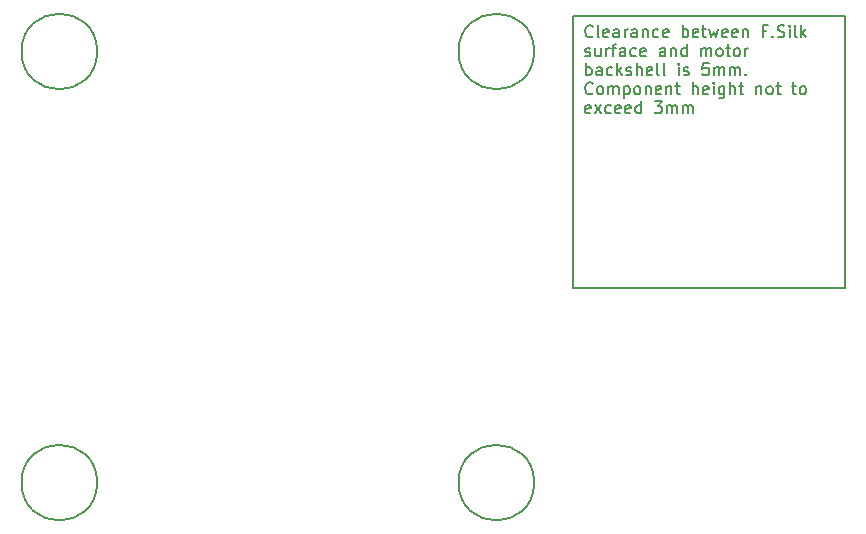
<source format=gbr>
%TF.GenerationSoftware,KiCad,Pcbnew,8.0.7*%
%TF.CreationDate,2025-04-07T22:13:35-04:00*%
%TF.ProjectId,motor-controller,6d6f746f-722d-4636-9f6e-74726f6c6c65,1*%
%TF.SameCoordinates,Original*%
%TF.FileFunction,Other,Comment*%
%FSLAX46Y46*%
G04 Gerber Fmt 4.6, Leading zero omitted, Abs format (unit mm)*
G04 Created by KiCad (PCBNEW 8.0.7) date 2025-04-07 22:13:35*
%MOMM*%
%LPD*%
G01*
G04 APERTURE LIST*
%ADD10C,0.150000*%
G04 APERTURE END LIST*
D10*
X236658207Y-127694580D02*
X236610588Y-127742200D01*
X236610588Y-127742200D02*
X236467731Y-127789819D01*
X236467731Y-127789819D02*
X236372493Y-127789819D01*
X236372493Y-127789819D02*
X236229636Y-127742200D01*
X236229636Y-127742200D02*
X236134398Y-127646961D01*
X236134398Y-127646961D02*
X236086779Y-127551723D01*
X236086779Y-127551723D02*
X236039160Y-127361247D01*
X236039160Y-127361247D02*
X236039160Y-127218390D01*
X236039160Y-127218390D02*
X236086779Y-127027914D01*
X236086779Y-127027914D02*
X236134398Y-126932676D01*
X236134398Y-126932676D02*
X236229636Y-126837438D01*
X236229636Y-126837438D02*
X236372493Y-126789819D01*
X236372493Y-126789819D02*
X236467731Y-126789819D01*
X236467731Y-126789819D02*
X236610588Y-126837438D01*
X236610588Y-126837438D02*
X236658207Y-126885057D01*
X237229636Y-127789819D02*
X237134398Y-127742200D01*
X237134398Y-127742200D02*
X237086779Y-127646961D01*
X237086779Y-127646961D02*
X237086779Y-126789819D01*
X237991541Y-127742200D02*
X237896303Y-127789819D01*
X237896303Y-127789819D02*
X237705827Y-127789819D01*
X237705827Y-127789819D02*
X237610589Y-127742200D01*
X237610589Y-127742200D02*
X237562970Y-127646961D01*
X237562970Y-127646961D02*
X237562970Y-127266009D01*
X237562970Y-127266009D02*
X237610589Y-127170771D01*
X237610589Y-127170771D02*
X237705827Y-127123152D01*
X237705827Y-127123152D02*
X237896303Y-127123152D01*
X237896303Y-127123152D02*
X237991541Y-127170771D01*
X237991541Y-127170771D02*
X238039160Y-127266009D01*
X238039160Y-127266009D02*
X238039160Y-127361247D01*
X238039160Y-127361247D02*
X237562970Y-127456485D01*
X238896303Y-127789819D02*
X238896303Y-127266009D01*
X238896303Y-127266009D02*
X238848684Y-127170771D01*
X238848684Y-127170771D02*
X238753446Y-127123152D01*
X238753446Y-127123152D02*
X238562970Y-127123152D01*
X238562970Y-127123152D02*
X238467732Y-127170771D01*
X238896303Y-127742200D02*
X238801065Y-127789819D01*
X238801065Y-127789819D02*
X238562970Y-127789819D01*
X238562970Y-127789819D02*
X238467732Y-127742200D01*
X238467732Y-127742200D02*
X238420113Y-127646961D01*
X238420113Y-127646961D02*
X238420113Y-127551723D01*
X238420113Y-127551723D02*
X238467732Y-127456485D01*
X238467732Y-127456485D02*
X238562970Y-127408866D01*
X238562970Y-127408866D02*
X238801065Y-127408866D01*
X238801065Y-127408866D02*
X238896303Y-127361247D01*
X239372494Y-127789819D02*
X239372494Y-127123152D01*
X239372494Y-127313628D02*
X239420113Y-127218390D01*
X239420113Y-127218390D02*
X239467732Y-127170771D01*
X239467732Y-127170771D02*
X239562970Y-127123152D01*
X239562970Y-127123152D02*
X239658208Y-127123152D01*
X240420113Y-127789819D02*
X240420113Y-127266009D01*
X240420113Y-127266009D02*
X240372494Y-127170771D01*
X240372494Y-127170771D02*
X240277256Y-127123152D01*
X240277256Y-127123152D02*
X240086780Y-127123152D01*
X240086780Y-127123152D02*
X239991542Y-127170771D01*
X240420113Y-127742200D02*
X240324875Y-127789819D01*
X240324875Y-127789819D02*
X240086780Y-127789819D01*
X240086780Y-127789819D02*
X239991542Y-127742200D01*
X239991542Y-127742200D02*
X239943923Y-127646961D01*
X239943923Y-127646961D02*
X239943923Y-127551723D01*
X239943923Y-127551723D02*
X239991542Y-127456485D01*
X239991542Y-127456485D02*
X240086780Y-127408866D01*
X240086780Y-127408866D02*
X240324875Y-127408866D01*
X240324875Y-127408866D02*
X240420113Y-127361247D01*
X240896304Y-127123152D02*
X240896304Y-127789819D01*
X240896304Y-127218390D02*
X240943923Y-127170771D01*
X240943923Y-127170771D02*
X241039161Y-127123152D01*
X241039161Y-127123152D02*
X241182018Y-127123152D01*
X241182018Y-127123152D02*
X241277256Y-127170771D01*
X241277256Y-127170771D02*
X241324875Y-127266009D01*
X241324875Y-127266009D02*
X241324875Y-127789819D01*
X242229637Y-127742200D02*
X242134399Y-127789819D01*
X242134399Y-127789819D02*
X241943923Y-127789819D01*
X241943923Y-127789819D02*
X241848685Y-127742200D01*
X241848685Y-127742200D02*
X241801066Y-127694580D01*
X241801066Y-127694580D02*
X241753447Y-127599342D01*
X241753447Y-127599342D02*
X241753447Y-127313628D01*
X241753447Y-127313628D02*
X241801066Y-127218390D01*
X241801066Y-127218390D02*
X241848685Y-127170771D01*
X241848685Y-127170771D02*
X241943923Y-127123152D01*
X241943923Y-127123152D02*
X242134399Y-127123152D01*
X242134399Y-127123152D02*
X242229637Y-127170771D01*
X243039161Y-127742200D02*
X242943923Y-127789819D01*
X242943923Y-127789819D02*
X242753447Y-127789819D01*
X242753447Y-127789819D02*
X242658209Y-127742200D01*
X242658209Y-127742200D02*
X242610590Y-127646961D01*
X242610590Y-127646961D02*
X242610590Y-127266009D01*
X242610590Y-127266009D02*
X242658209Y-127170771D01*
X242658209Y-127170771D02*
X242753447Y-127123152D01*
X242753447Y-127123152D02*
X242943923Y-127123152D01*
X242943923Y-127123152D02*
X243039161Y-127170771D01*
X243039161Y-127170771D02*
X243086780Y-127266009D01*
X243086780Y-127266009D02*
X243086780Y-127361247D01*
X243086780Y-127361247D02*
X242610590Y-127456485D01*
X244277257Y-127789819D02*
X244277257Y-126789819D01*
X244277257Y-127170771D02*
X244372495Y-127123152D01*
X244372495Y-127123152D02*
X244562971Y-127123152D01*
X244562971Y-127123152D02*
X244658209Y-127170771D01*
X244658209Y-127170771D02*
X244705828Y-127218390D01*
X244705828Y-127218390D02*
X244753447Y-127313628D01*
X244753447Y-127313628D02*
X244753447Y-127599342D01*
X244753447Y-127599342D02*
X244705828Y-127694580D01*
X244705828Y-127694580D02*
X244658209Y-127742200D01*
X244658209Y-127742200D02*
X244562971Y-127789819D01*
X244562971Y-127789819D02*
X244372495Y-127789819D01*
X244372495Y-127789819D02*
X244277257Y-127742200D01*
X245562971Y-127742200D02*
X245467733Y-127789819D01*
X245467733Y-127789819D02*
X245277257Y-127789819D01*
X245277257Y-127789819D02*
X245182019Y-127742200D01*
X245182019Y-127742200D02*
X245134400Y-127646961D01*
X245134400Y-127646961D02*
X245134400Y-127266009D01*
X245134400Y-127266009D02*
X245182019Y-127170771D01*
X245182019Y-127170771D02*
X245277257Y-127123152D01*
X245277257Y-127123152D02*
X245467733Y-127123152D01*
X245467733Y-127123152D02*
X245562971Y-127170771D01*
X245562971Y-127170771D02*
X245610590Y-127266009D01*
X245610590Y-127266009D02*
X245610590Y-127361247D01*
X245610590Y-127361247D02*
X245134400Y-127456485D01*
X245896305Y-127123152D02*
X246277257Y-127123152D01*
X246039162Y-126789819D02*
X246039162Y-127646961D01*
X246039162Y-127646961D02*
X246086781Y-127742200D01*
X246086781Y-127742200D02*
X246182019Y-127789819D01*
X246182019Y-127789819D02*
X246277257Y-127789819D01*
X246515353Y-127123152D02*
X246705829Y-127789819D01*
X246705829Y-127789819D02*
X246896305Y-127313628D01*
X246896305Y-127313628D02*
X247086781Y-127789819D01*
X247086781Y-127789819D02*
X247277257Y-127123152D01*
X248039162Y-127742200D02*
X247943924Y-127789819D01*
X247943924Y-127789819D02*
X247753448Y-127789819D01*
X247753448Y-127789819D02*
X247658210Y-127742200D01*
X247658210Y-127742200D02*
X247610591Y-127646961D01*
X247610591Y-127646961D02*
X247610591Y-127266009D01*
X247610591Y-127266009D02*
X247658210Y-127170771D01*
X247658210Y-127170771D02*
X247753448Y-127123152D01*
X247753448Y-127123152D02*
X247943924Y-127123152D01*
X247943924Y-127123152D02*
X248039162Y-127170771D01*
X248039162Y-127170771D02*
X248086781Y-127266009D01*
X248086781Y-127266009D02*
X248086781Y-127361247D01*
X248086781Y-127361247D02*
X247610591Y-127456485D01*
X248896305Y-127742200D02*
X248801067Y-127789819D01*
X248801067Y-127789819D02*
X248610591Y-127789819D01*
X248610591Y-127789819D02*
X248515353Y-127742200D01*
X248515353Y-127742200D02*
X248467734Y-127646961D01*
X248467734Y-127646961D02*
X248467734Y-127266009D01*
X248467734Y-127266009D02*
X248515353Y-127170771D01*
X248515353Y-127170771D02*
X248610591Y-127123152D01*
X248610591Y-127123152D02*
X248801067Y-127123152D01*
X248801067Y-127123152D02*
X248896305Y-127170771D01*
X248896305Y-127170771D02*
X248943924Y-127266009D01*
X248943924Y-127266009D02*
X248943924Y-127361247D01*
X248943924Y-127361247D02*
X248467734Y-127456485D01*
X249372496Y-127123152D02*
X249372496Y-127789819D01*
X249372496Y-127218390D02*
X249420115Y-127170771D01*
X249420115Y-127170771D02*
X249515353Y-127123152D01*
X249515353Y-127123152D02*
X249658210Y-127123152D01*
X249658210Y-127123152D02*
X249753448Y-127170771D01*
X249753448Y-127170771D02*
X249801067Y-127266009D01*
X249801067Y-127266009D02*
X249801067Y-127789819D01*
X251372496Y-127266009D02*
X251039163Y-127266009D01*
X251039163Y-127789819D02*
X251039163Y-126789819D01*
X251039163Y-126789819D02*
X251515353Y-126789819D01*
X251896306Y-127694580D02*
X251943925Y-127742200D01*
X251943925Y-127742200D02*
X251896306Y-127789819D01*
X251896306Y-127789819D02*
X251848687Y-127742200D01*
X251848687Y-127742200D02*
X251896306Y-127694580D01*
X251896306Y-127694580D02*
X251896306Y-127789819D01*
X252324877Y-127742200D02*
X252467734Y-127789819D01*
X252467734Y-127789819D02*
X252705829Y-127789819D01*
X252705829Y-127789819D02*
X252801067Y-127742200D01*
X252801067Y-127742200D02*
X252848686Y-127694580D01*
X252848686Y-127694580D02*
X252896305Y-127599342D01*
X252896305Y-127599342D02*
X252896305Y-127504104D01*
X252896305Y-127504104D02*
X252848686Y-127408866D01*
X252848686Y-127408866D02*
X252801067Y-127361247D01*
X252801067Y-127361247D02*
X252705829Y-127313628D01*
X252705829Y-127313628D02*
X252515353Y-127266009D01*
X252515353Y-127266009D02*
X252420115Y-127218390D01*
X252420115Y-127218390D02*
X252372496Y-127170771D01*
X252372496Y-127170771D02*
X252324877Y-127075533D01*
X252324877Y-127075533D02*
X252324877Y-126980295D01*
X252324877Y-126980295D02*
X252372496Y-126885057D01*
X252372496Y-126885057D02*
X252420115Y-126837438D01*
X252420115Y-126837438D02*
X252515353Y-126789819D01*
X252515353Y-126789819D02*
X252753448Y-126789819D01*
X252753448Y-126789819D02*
X252896305Y-126837438D01*
X253324877Y-127789819D02*
X253324877Y-127123152D01*
X253324877Y-126789819D02*
X253277258Y-126837438D01*
X253277258Y-126837438D02*
X253324877Y-126885057D01*
X253324877Y-126885057D02*
X253372496Y-126837438D01*
X253372496Y-126837438D02*
X253324877Y-126789819D01*
X253324877Y-126789819D02*
X253324877Y-126885057D01*
X253943924Y-127789819D02*
X253848686Y-127742200D01*
X253848686Y-127742200D02*
X253801067Y-127646961D01*
X253801067Y-127646961D02*
X253801067Y-126789819D01*
X254324877Y-127789819D02*
X254324877Y-126789819D01*
X254420115Y-127408866D02*
X254705829Y-127789819D01*
X254705829Y-127123152D02*
X254324877Y-127504104D01*
X236039160Y-129352144D02*
X236134398Y-129399763D01*
X236134398Y-129399763D02*
X236324874Y-129399763D01*
X236324874Y-129399763D02*
X236420112Y-129352144D01*
X236420112Y-129352144D02*
X236467731Y-129256905D01*
X236467731Y-129256905D02*
X236467731Y-129209286D01*
X236467731Y-129209286D02*
X236420112Y-129114048D01*
X236420112Y-129114048D02*
X236324874Y-129066429D01*
X236324874Y-129066429D02*
X236182017Y-129066429D01*
X236182017Y-129066429D02*
X236086779Y-129018810D01*
X236086779Y-129018810D02*
X236039160Y-128923572D01*
X236039160Y-128923572D02*
X236039160Y-128875953D01*
X236039160Y-128875953D02*
X236086779Y-128780715D01*
X236086779Y-128780715D02*
X236182017Y-128733096D01*
X236182017Y-128733096D02*
X236324874Y-128733096D01*
X236324874Y-128733096D02*
X236420112Y-128780715D01*
X237324874Y-128733096D02*
X237324874Y-129399763D01*
X236896303Y-128733096D02*
X236896303Y-129256905D01*
X236896303Y-129256905D02*
X236943922Y-129352144D01*
X236943922Y-129352144D02*
X237039160Y-129399763D01*
X237039160Y-129399763D02*
X237182017Y-129399763D01*
X237182017Y-129399763D02*
X237277255Y-129352144D01*
X237277255Y-129352144D02*
X237324874Y-129304524D01*
X237801065Y-129399763D02*
X237801065Y-128733096D01*
X237801065Y-128923572D02*
X237848684Y-128828334D01*
X237848684Y-128828334D02*
X237896303Y-128780715D01*
X237896303Y-128780715D02*
X237991541Y-128733096D01*
X237991541Y-128733096D02*
X238086779Y-128733096D01*
X238277256Y-128733096D02*
X238658208Y-128733096D01*
X238420113Y-129399763D02*
X238420113Y-128542620D01*
X238420113Y-128542620D02*
X238467732Y-128447382D01*
X238467732Y-128447382D02*
X238562970Y-128399763D01*
X238562970Y-128399763D02*
X238658208Y-128399763D01*
X239420113Y-129399763D02*
X239420113Y-128875953D01*
X239420113Y-128875953D02*
X239372494Y-128780715D01*
X239372494Y-128780715D02*
X239277256Y-128733096D01*
X239277256Y-128733096D02*
X239086780Y-128733096D01*
X239086780Y-128733096D02*
X238991542Y-128780715D01*
X239420113Y-129352144D02*
X239324875Y-129399763D01*
X239324875Y-129399763D02*
X239086780Y-129399763D01*
X239086780Y-129399763D02*
X238991542Y-129352144D01*
X238991542Y-129352144D02*
X238943923Y-129256905D01*
X238943923Y-129256905D02*
X238943923Y-129161667D01*
X238943923Y-129161667D02*
X238991542Y-129066429D01*
X238991542Y-129066429D02*
X239086780Y-129018810D01*
X239086780Y-129018810D02*
X239324875Y-129018810D01*
X239324875Y-129018810D02*
X239420113Y-128971191D01*
X240324875Y-129352144D02*
X240229637Y-129399763D01*
X240229637Y-129399763D02*
X240039161Y-129399763D01*
X240039161Y-129399763D02*
X239943923Y-129352144D01*
X239943923Y-129352144D02*
X239896304Y-129304524D01*
X239896304Y-129304524D02*
X239848685Y-129209286D01*
X239848685Y-129209286D02*
X239848685Y-128923572D01*
X239848685Y-128923572D02*
X239896304Y-128828334D01*
X239896304Y-128828334D02*
X239943923Y-128780715D01*
X239943923Y-128780715D02*
X240039161Y-128733096D01*
X240039161Y-128733096D02*
X240229637Y-128733096D01*
X240229637Y-128733096D02*
X240324875Y-128780715D01*
X241134399Y-129352144D02*
X241039161Y-129399763D01*
X241039161Y-129399763D02*
X240848685Y-129399763D01*
X240848685Y-129399763D02*
X240753447Y-129352144D01*
X240753447Y-129352144D02*
X240705828Y-129256905D01*
X240705828Y-129256905D02*
X240705828Y-128875953D01*
X240705828Y-128875953D02*
X240753447Y-128780715D01*
X240753447Y-128780715D02*
X240848685Y-128733096D01*
X240848685Y-128733096D02*
X241039161Y-128733096D01*
X241039161Y-128733096D02*
X241134399Y-128780715D01*
X241134399Y-128780715D02*
X241182018Y-128875953D01*
X241182018Y-128875953D02*
X241182018Y-128971191D01*
X241182018Y-128971191D02*
X240705828Y-129066429D01*
X242801066Y-129399763D02*
X242801066Y-128875953D01*
X242801066Y-128875953D02*
X242753447Y-128780715D01*
X242753447Y-128780715D02*
X242658209Y-128733096D01*
X242658209Y-128733096D02*
X242467733Y-128733096D01*
X242467733Y-128733096D02*
X242372495Y-128780715D01*
X242801066Y-129352144D02*
X242705828Y-129399763D01*
X242705828Y-129399763D02*
X242467733Y-129399763D01*
X242467733Y-129399763D02*
X242372495Y-129352144D01*
X242372495Y-129352144D02*
X242324876Y-129256905D01*
X242324876Y-129256905D02*
X242324876Y-129161667D01*
X242324876Y-129161667D02*
X242372495Y-129066429D01*
X242372495Y-129066429D02*
X242467733Y-129018810D01*
X242467733Y-129018810D02*
X242705828Y-129018810D01*
X242705828Y-129018810D02*
X242801066Y-128971191D01*
X243277257Y-128733096D02*
X243277257Y-129399763D01*
X243277257Y-128828334D02*
X243324876Y-128780715D01*
X243324876Y-128780715D02*
X243420114Y-128733096D01*
X243420114Y-128733096D02*
X243562971Y-128733096D01*
X243562971Y-128733096D02*
X243658209Y-128780715D01*
X243658209Y-128780715D02*
X243705828Y-128875953D01*
X243705828Y-128875953D02*
X243705828Y-129399763D01*
X244610590Y-129399763D02*
X244610590Y-128399763D01*
X244610590Y-129352144D02*
X244515352Y-129399763D01*
X244515352Y-129399763D02*
X244324876Y-129399763D01*
X244324876Y-129399763D02*
X244229638Y-129352144D01*
X244229638Y-129352144D02*
X244182019Y-129304524D01*
X244182019Y-129304524D02*
X244134400Y-129209286D01*
X244134400Y-129209286D02*
X244134400Y-128923572D01*
X244134400Y-128923572D02*
X244182019Y-128828334D01*
X244182019Y-128828334D02*
X244229638Y-128780715D01*
X244229638Y-128780715D02*
X244324876Y-128733096D01*
X244324876Y-128733096D02*
X244515352Y-128733096D01*
X244515352Y-128733096D02*
X244610590Y-128780715D01*
X245848686Y-129399763D02*
X245848686Y-128733096D01*
X245848686Y-128828334D02*
X245896305Y-128780715D01*
X245896305Y-128780715D02*
X245991543Y-128733096D01*
X245991543Y-128733096D02*
X246134400Y-128733096D01*
X246134400Y-128733096D02*
X246229638Y-128780715D01*
X246229638Y-128780715D02*
X246277257Y-128875953D01*
X246277257Y-128875953D02*
X246277257Y-129399763D01*
X246277257Y-128875953D02*
X246324876Y-128780715D01*
X246324876Y-128780715D02*
X246420114Y-128733096D01*
X246420114Y-128733096D02*
X246562971Y-128733096D01*
X246562971Y-128733096D02*
X246658210Y-128780715D01*
X246658210Y-128780715D02*
X246705829Y-128875953D01*
X246705829Y-128875953D02*
X246705829Y-129399763D01*
X247324876Y-129399763D02*
X247229638Y-129352144D01*
X247229638Y-129352144D02*
X247182019Y-129304524D01*
X247182019Y-129304524D02*
X247134400Y-129209286D01*
X247134400Y-129209286D02*
X247134400Y-128923572D01*
X247134400Y-128923572D02*
X247182019Y-128828334D01*
X247182019Y-128828334D02*
X247229638Y-128780715D01*
X247229638Y-128780715D02*
X247324876Y-128733096D01*
X247324876Y-128733096D02*
X247467733Y-128733096D01*
X247467733Y-128733096D02*
X247562971Y-128780715D01*
X247562971Y-128780715D02*
X247610590Y-128828334D01*
X247610590Y-128828334D02*
X247658209Y-128923572D01*
X247658209Y-128923572D02*
X247658209Y-129209286D01*
X247658209Y-129209286D02*
X247610590Y-129304524D01*
X247610590Y-129304524D02*
X247562971Y-129352144D01*
X247562971Y-129352144D02*
X247467733Y-129399763D01*
X247467733Y-129399763D02*
X247324876Y-129399763D01*
X247943924Y-128733096D02*
X248324876Y-128733096D01*
X248086781Y-128399763D02*
X248086781Y-129256905D01*
X248086781Y-129256905D02*
X248134400Y-129352144D01*
X248134400Y-129352144D02*
X248229638Y-129399763D01*
X248229638Y-129399763D02*
X248324876Y-129399763D01*
X248801067Y-129399763D02*
X248705829Y-129352144D01*
X248705829Y-129352144D02*
X248658210Y-129304524D01*
X248658210Y-129304524D02*
X248610591Y-129209286D01*
X248610591Y-129209286D02*
X248610591Y-128923572D01*
X248610591Y-128923572D02*
X248658210Y-128828334D01*
X248658210Y-128828334D02*
X248705829Y-128780715D01*
X248705829Y-128780715D02*
X248801067Y-128733096D01*
X248801067Y-128733096D02*
X248943924Y-128733096D01*
X248943924Y-128733096D02*
X249039162Y-128780715D01*
X249039162Y-128780715D02*
X249086781Y-128828334D01*
X249086781Y-128828334D02*
X249134400Y-128923572D01*
X249134400Y-128923572D02*
X249134400Y-129209286D01*
X249134400Y-129209286D02*
X249086781Y-129304524D01*
X249086781Y-129304524D02*
X249039162Y-129352144D01*
X249039162Y-129352144D02*
X248943924Y-129399763D01*
X248943924Y-129399763D02*
X248801067Y-129399763D01*
X249562972Y-129399763D02*
X249562972Y-128733096D01*
X249562972Y-128923572D02*
X249610591Y-128828334D01*
X249610591Y-128828334D02*
X249658210Y-128780715D01*
X249658210Y-128780715D02*
X249753448Y-128733096D01*
X249753448Y-128733096D02*
X249848686Y-128733096D01*
X236086779Y-131009707D02*
X236086779Y-130009707D01*
X236086779Y-130390659D02*
X236182017Y-130343040D01*
X236182017Y-130343040D02*
X236372493Y-130343040D01*
X236372493Y-130343040D02*
X236467731Y-130390659D01*
X236467731Y-130390659D02*
X236515350Y-130438278D01*
X236515350Y-130438278D02*
X236562969Y-130533516D01*
X236562969Y-130533516D02*
X236562969Y-130819230D01*
X236562969Y-130819230D02*
X236515350Y-130914468D01*
X236515350Y-130914468D02*
X236467731Y-130962088D01*
X236467731Y-130962088D02*
X236372493Y-131009707D01*
X236372493Y-131009707D02*
X236182017Y-131009707D01*
X236182017Y-131009707D02*
X236086779Y-130962088D01*
X237420112Y-131009707D02*
X237420112Y-130485897D01*
X237420112Y-130485897D02*
X237372493Y-130390659D01*
X237372493Y-130390659D02*
X237277255Y-130343040D01*
X237277255Y-130343040D02*
X237086779Y-130343040D01*
X237086779Y-130343040D02*
X236991541Y-130390659D01*
X237420112Y-130962088D02*
X237324874Y-131009707D01*
X237324874Y-131009707D02*
X237086779Y-131009707D01*
X237086779Y-131009707D02*
X236991541Y-130962088D01*
X236991541Y-130962088D02*
X236943922Y-130866849D01*
X236943922Y-130866849D02*
X236943922Y-130771611D01*
X236943922Y-130771611D02*
X236991541Y-130676373D01*
X236991541Y-130676373D02*
X237086779Y-130628754D01*
X237086779Y-130628754D02*
X237324874Y-130628754D01*
X237324874Y-130628754D02*
X237420112Y-130581135D01*
X238324874Y-130962088D02*
X238229636Y-131009707D01*
X238229636Y-131009707D02*
X238039160Y-131009707D01*
X238039160Y-131009707D02*
X237943922Y-130962088D01*
X237943922Y-130962088D02*
X237896303Y-130914468D01*
X237896303Y-130914468D02*
X237848684Y-130819230D01*
X237848684Y-130819230D02*
X237848684Y-130533516D01*
X237848684Y-130533516D02*
X237896303Y-130438278D01*
X237896303Y-130438278D02*
X237943922Y-130390659D01*
X237943922Y-130390659D02*
X238039160Y-130343040D01*
X238039160Y-130343040D02*
X238229636Y-130343040D01*
X238229636Y-130343040D02*
X238324874Y-130390659D01*
X238753446Y-131009707D02*
X238753446Y-130009707D01*
X238848684Y-130628754D02*
X239134398Y-131009707D01*
X239134398Y-130343040D02*
X238753446Y-130723992D01*
X239515351Y-130962088D02*
X239610589Y-131009707D01*
X239610589Y-131009707D02*
X239801065Y-131009707D01*
X239801065Y-131009707D02*
X239896303Y-130962088D01*
X239896303Y-130962088D02*
X239943922Y-130866849D01*
X239943922Y-130866849D02*
X239943922Y-130819230D01*
X239943922Y-130819230D02*
X239896303Y-130723992D01*
X239896303Y-130723992D02*
X239801065Y-130676373D01*
X239801065Y-130676373D02*
X239658208Y-130676373D01*
X239658208Y-130676373D02*
X239562970Y-130628754D01*
X239562970Y-130628754D02*
X239515351Y-130533516D01*
X239515351Y-130533516D02*
X239515351Y-130485897D01*
X239515351Y-130485897D02*
X239562970Y-130390659D01*
X239562970Y-130390659D02*
X239658208Y-130343040D01*
X239658208Y-130343040D02*
X239801065Y-130343040D01*
X239801065Y-130343040D02*
X239896303Y-130390659D01*
X240372494Y-131009707D02*
X240372494Y-130009707D01*
X240801065Y-131009707D02*
X240801065Y-130485897D01*
X240801065Y-130485897D02*
X240753446Y-130390659D01*
X240753446Y-130390659D02*
X240658208Y-130343040D01*
X240658208Y-130343040D02*
X240515351Y-130343040D01*
X240515351Y-130343040D02*
X240420113Y-130390659D01*
X240420113Y-130390659D02*
X240372494Y-130438278D01*
X241658208Y-130962088D02*
X241562970Y-131009707D01*
X241562970Y-131009707D02*
X241372494Y-131009707D01*
X241372494Y-131009707D02*
X241277256Y-130962088D01*
X241277256Y-130962088D02*
X241229637Y-130866849D01*
X241229637Y-130866849D02*
X241229637Y-130485897D01*
X241229637Y-130485897D02*
X241277256Y-130390659D01*
X241277256Y-130390659D02*
X241372494Y-130343040D01*
X241372494Y-130343040D02*
X241562970Y-130343040D01*
X241562970Y-130343040D02*
X241658208Y-130390659D01*
X241658208Y-130390659D02*
X241705827Y-130485897D01*
X241705827Y-130485897D02*
X241705827Y-130581135D01*
X241705827Y-130581135D02*
X241229637Y-130676373D01*
X242277256Y-131009707D02*
X242182018Y-130962088D01*
X242182018Y-130962088D02*
X242134399Y-130866849D01*
X242134399Y-130866849D02*
X242134399Y-130009707D01*
X242801066Y-131009707D02*
X242705828Y-130962088D01*
X242705828Y-130962088D02*
X242658209Y-130866849D01*
X242658209Y-130866849D02*
X242658209Y-130009707D01*
X243943924Y-131009707D02*
X243943924Y-130343040D01*
X243943924Y-130009707D02*
X243896305Y-130057326D01*
X243896305Y-130057326D02*
X243943924Y-130104945D01*
X243943924Y-130104945D02*
X243991543Y-130057326D01*
X243991543Y-130057326D02*
X243943924Y-130009707D01*
X243943924Y-130009707D02*
X243943924Y-130104945D01*
X244372495Y-130962088D02*
X244467733Y-131009707D01*
X244467733Y-131009707D02*
X244658209Y-131009707D01*
X244658209Y-131009707D02*
X244753447Y-130962088D01*
X244753447Y-130962088D02*
X244801066Y-130866849D01*
X244801066Y-130866849D02*
X244801066Y-130819230D01*
X244801066Y-130819230D02*
X244753447Y-130723992D01*
X244753447Y-130723992D02*
X244658209Y-130676373D01*
X244658209Y-130676373D02*
X244515352Y-130676373D01*
X244515352Y-130676373D02*
X244420114Y-130628754D01*
X244420114Y-130628754D02*
X244372495Y-130533516D01*
X244372495Y-130533516D02*
X244372495Y-130485897D01*
X244372495Y-130485897D02*
X244420114Y-130390659D01*
X244420114Y-130390659D02*
X244515352Y-130343040D01*
X244515352Y-130343040D02*
X244658209Y-130343040D01*
X244658209Y-130343040D02*
X244753447Y-130390659D01*
X246467733Y-130009707D02*
X245991543Y-130009707D01*
X245991543Y-130009707D02*
X245943924Y-130485897D01*
X245943924Y-130485897D02*
X245991543Y-130438278D01*
X245991543Y-130438278D02*
X246086781Y-130390659D01*
X246086781Y-130390659D02*
X246324876Y-130390659D01*
X246324876Y-130390659D02*
X246420114Y-130438278D01*
X246420114Y-130438278D02*
X246467733Y-130485897D01*
X246467733Y-130485897D02*
X246515352Y-130581135D01*
X246515352Y-130581135D02*
X246515352Y-130819230D01*
X246515352Y-130819230D02*
X246467733Y-130914468D01*
X246467733Y-130914468D02*
X246420114Y-130962088D01*
X246420114Y-130962088D02*
X246324876Y-131009707D01*
X246324876Y-131009707D02*
X246086781Y-131009707D01*
X246086781Y-131009707D02*
X245991543Y-130962088D01*
X245991543Y-130962088D02*
X245943924Y-130914468D01*
X246943924Y-131009707D02*
X246943924Y-130343040D01*
X246943924Y-130438278D02*
X246991543Y-130390659D01*
X246991543Y-130390659D02*
X247086781Y-130343040D01*
X247086781Y-130343040D02*
X247229638Y-130343040D01*
X247229638Y-130343040D02*
X247324876Y-130390659D01*
X247324876Y-130390659D02*
X247372495Y-130485897D01*
X247372495Y-130485897D02*
X247372495Y-131009707D01*
X247372495Y-130485897D02*
X247420114Y-130390659D01*
X247420114Y-130390659D02*
X247515352Y-130343040D01*
X247515352Y-130343040D02*
X247658209Y-130343040D01*
X247658209Y-130343040D02*
X247753448Y-130390659D01*
X247753448Y-130390659D02*
X247801067Y-130485897D01*
X247801067Y-130485897D02*
X247801067Y-131009707D01*
X248277257Y-131009707D02*
X248277257Y-130343040D01*
X248277257Y-130438278D02*
X248324876Y-130390659D01*
X248324876Y-130390659D02*
X248420114Y-130343040D01*
X248420114Y-130343040D02*
X248562971Y-130343040D01*
X248562971Y-130343040D02*
X248658209Y-130390659D01*
X248658209Y-130390659D02*
X248705828Y-130485897D01*
X248705828Y-130485897D02*
X248705828Y-131009707D01*
X248705828Y-130485897D02*
X248753447Y-130390659D01*
X248753447Y-130390659D02*
X248848685Y-130343040D01*
X248848685Y-130343040D02*
X248991542Y-130343040D01*
X248991542Y-130343040D02*
X249086781Y-130390659D01*
X249086781Y-130390659D02*
X249134400Y-130485897D01*
X249134400Y-130485897D02*
X249134400Y-131009707D01*
X249610590Y-130914468D02*
X249658209Y-130962088D01*
X249658209Y-130962088D02*
X249610590Y-131009707D01*
X249610590Y-131009707D02*
X249562971Y-130962088D01*
X249562971Y-130962088D02*
X249610590Y-130914468D01*
X249610590Y-130914468D02*
X249610590Y-131009707D01*
X236658207Y-132524412D02*
X236610588Y-132572032D01*
X236610588Y-132572032D02*
X236467731Y-132619651D01*
X236467731Y-132619651D02*
X236372493Y-132619651D01*
X236372493Y-132619651D02*
X236229636Y-132572032D01*
X236229636Y-132572032D02*
X236134398Y-132476793D01*
X236134398Y-132476793D02*
X236086779Y-132381555D01*
X236086779Y-132381555D02*
X236039160Y-132191079D01*
X236039160Y-132191079D02*
X236039160Y-132048222D01*
X236039160Y-132048222D02*
X236086779Y-131857746D01*
X236086779Y-131857746D02*
X236134398Y-131762508D01*
X236134398Y-131762508D02*
X236229636Y-131667270D01*
X236229636Y-131667270D02*
X236372493Y-131619651D01*
X236372493Y-131619651D02*
X236467731Y-131619651D01*
X236467731Y-131619651D02*
X236610588Y-131667270D01*
X236610588Y-131667270D02*
X236658207Y-131714889D01*
X237229636Y-132619651D02*
X237134398Y-132572032D01*
X237134398Y-132572032D02*
X237086779Y-132524412D01*
X237086779Y-132524412D02*
X237039160Y-132429174D01*
X237039160Y-132429174D02*
X237039160Y-132143460D01*
X237039160Y-132143460D02*
X237086779Y-132048222D01*
X237086779Y-132048222D02*
X237134398Y-132000603D01*
X237134398Y-132000603D02*
X237229636Y-131952984D01*
X237229636Y-131952984D02*
X237372493Y-131952984D01*
X237372493Y-131952984D02*
X237467731Y-132000603D01*
X237467731Y-132000603D02*
X237515350Y-132048222D01*
X237515350Y-132048222D02*
X237562969Y-132143460D01*
X237562969Y-132143460D02*
X237562969Y-132429174D01*
X237562969Y-132429174D02*
X237515350Y-132524412D01*
X237515350Y-132524412D02*
X237467731Y-132572032D01*
X237467731Y-132572032D02*
X237372493Y-132619651D01*
X237372493Y-132619651D02*
X237229636Y-132619651D01*
X237991541Y-132619651D02*
X237991541Y-131952984D01*
X237991541Y-132048222D02*
X238039160Y-132000603D01*
X238039160Y-132000603D02*
X238134398Y-131952984D01*
X238134398Y-131952984D02*
X238277255Y-131952984D01*
X238277255Y-131952984D02*
X238372493Y-132000603D01*
X238372493Y-132000603D02*
X238420112Y-132095841D01*
X238420112Y-132095841D02*
X238420112Y-132619651D01*
X238420112Y-132095841D02*
X238467731Y-132000603D01*
X238467731Y-132000603D02*
X238562969Y-131952984D01*
X238562969Y-131952984D02*
X238705826Y-131952984D01*
X238705826Y-131952984D02*
X238801065Y-132000603D01*
X238801065Y-132000603D02*
X238848684Y-132095841D01*
X238848684Y-132095841D02*
X238848684Y-132619651D01*
X239324874Y-131952984D02*
X239324874Y-132952984D01*
X239324874Y-132000603D02*
X239420112Y-131952984D01*
X239420112Y-131952984D02*
X239610588Y-131952984D01*
X239610588Y-131952984D02*
X239705826Y-132000603D01*
X239705826Y-132000603D02*
X239753445Y-132048222D01*
X239753445Y-132048222D02*
X239801064Y-132143460D01*
X239801064Y-132143460D02*
X239801064Y-132429174D01*
X239801064Y-132429174D02*
X239753445Y-132524412D01*
X239753445Y-132524412D02*
X239705826Y-132572032D01*
X239705826Y-132572032D02*
X239610588Y-132619651D01*
X239610588Y-132619651D02*
X239420112Y-132619651D01*
X239420112Y-132619651D02*
X239324874Y-132572032D01*
X240372493Y-132619651D02*
X240277255Y-132572032D01*
X240277255Y-132572032D02*
X240229636Y-132524412D01*
X240229636Y-132524412D02*
X240182017Y-132429174D01*
X240182017Y-132429174D02*
X240182017Y-132143460D01*
X240182017Y-132143460D02*
X240229636Y-132048222D01*
X240229636Y-132048222D02*
X240277255Y-132000603D01*
X240277255Y-132000603D02*
X240372493Y-131952984D01*
X240372493Y-131952984D02*
X240515350Y-131952984D01*
X240515350Y-131952984D02*
X240610588Y-132000603D01*
X240610588Y-132000603D02*
X240658207Y-132048222D01*
X240658207Y-132048222D02*
X240705826Y-132143460D01*
X240705826Y-132143460D02*
X240705826Y-132429174D01*
X240705826Y-132429174D02*
X240658207Y-132524412D01*
X240658207Y-132524412D02*
X240610588Y-132572032D01*
X240610588Y-132572032D02*
X240515350Y-132619651D01*
X240515350Y-132619651D02*
X240372493Y-132619651D01*
X241134398Y-131952984D02*
X241134398Y-132619651D01*
X241134398Y-132048222D02*
X241182017Y-132000603D01*
X241182017Y-132000603D02*
X241277255Y-131952984D01*
X241277255Y-131952984D02*
X241420112Y-131952984D01*
X241420112Y-131952984D02*
X241515350Y-132000603D01*
X241515350Y-132000603D02*
X241562969Y-132095841D01*
X241562969Y-132095841D02*
X241562969Y-132619651D01*
X242420112Y-132572032D02*
X242324874Y-132619651D01*
X242324874Y-132619651D02*
X242134398Y-132619651D01*
X242134398Y-132619651D02*
X242039160Y-132572032D01*
X242039160Y-132572032D02*
X241991541Y-132476793D01*
X241991541Y-132476793D02*
X241991541Y-132095841D01*
X241991541Y-132095841D02*
X242039160Y-132000603D01*
X242039160Y-132000603D02*
X242134398Y-131952984D01*
X242134398Y-131952984D02*
X242324874Y-131952984D01*
X242324874Y-131952984D02*
X242420112Y-132000603D01*
X242420112Y-132000603D02*
X242467731Y-132095841D01*
X242467731Y-132095841D02*
X242467731Y-132191079D01*
X242467731Y-132191079D02*
X241991541Y-132286317D01*
X242896303Y-131952984D02*
X242896303Y-132619651D01*
X242896303Y-132048222D02*
X242943922Y-132000603D01*
X242943922Y-132000603D02*
X243039160Y-131952984D01*
X243039160Y-131952984D02*
X243182017Y-131952984D01*
X243182017Y-131952984D02*
X243277255Y-132000603D01*
X243277255Y-132000603D02*
X243324874Y-132095841D01*
X243324874Y-132095841D02*
X243324874Y-132619651D01*
X243658208Y-131952984D02*
X244039160Y-131952984D01*
X243801065Y-131619651D02*
X243801065Y-132476793D01*
X243801065Y-132476793D02*
X243848684Y-132572032D01*
X243848684Y-132572032D02*
X243943922Y-132619651D01*
X243943922Y-132619651D02*
X244039160Y-132619651D01*
X245134399Y-132619651D02*
X245134399Y-131619651D01*
X245562970Y-132619651D02*
X245562970Y-132095841D01*
X245562970Y-132095841D02*
X245515351Y-132000603D01*
X245515351Y-132000603D02*
X245420113Y-131952984D01*
X245420113Y-131952984D02*
X245277256Y-131952984D01*
X245277256Y-131952984D02*
X245182018Y-132000603D01*
X245182018Y-132000603D02*
X245134399Y-132048222D01*
X246420113Y-132572032D02*
X246324875Y-132619651D01*
X246324875Y-132619651D02*
X246134399Y-132619651D01*
X246134399Y-132619651D02*
X246039161Y-132572032D01*
X246039161Y-132572032D02*
X245991542Y-132476793D01*
X245991542Y-132476793D02*
X245991542Y-132095841D01*
X245991542Y-132095841D02*
X246039161Y-132000603D01*
X246039161Y-132000603D02*
X246134399Y-131952984D01*
X246134399Y-131952984D02*
X246324875Y-131952984D01*
X246324875Y-131952984D02*
X246420113Y-132000603D01*
X246420113Y-132000603D02*
X246467732Y-132095841D01*
X246467732Y-132095841D02*
X246467732Y-132191079D01*
X246467732Y-132191079D02*
X245991542Y-132286317D01*
X246896304Y-132619651D02*
X246896304Y-131952984D01*
X246896304Y-131619651D02*
X246848685Y-131667270D01*
X246848685Y-131667270D02*
X246896304Y-131714889D01*
X246896304Y-131714889D02*
X246943923Y-131667270D01*
X246943923Y-131667270D02*
X246896304Y-131619651D01*
X246896304Y-131619651D02*
X246896304Y-131714889D01*
X247801065Y-131952984D02*
X247801065Y-132762508D01*
X247801065Y-132762508D02*
X247753446Y-132857746D01*
X247753446Y-132857746D02*
X247705827Y-132905365D01*
X247705827Y-132905365D02*
X247610589Y-132952984D01*
X247610589Y-132952984D02*
X247467732Y-132952984D01*
X247467732Y-132952984D02*
X247372494Y-132905365D01*
X247801065Y-132572032D02*
X247705827Y-132619651D01*
X247705827Y-132619651D02*
X247515351Y-132619651D01*
X247515351Y-132619651D02*
X247420113Y-132572032D01*
X247420113Y-132572032D02*
X247372494Y-132524412D01*
X247372494Y-132524412D02*
X247324875Y-132429174D01*
X247324875Y-132429174D02*
X247324875Y-132143460D01*
X247324875Y-132143460D02*
X247372494Y-132048222D01*
X247372494Y-132048222D02*
X247420113Y-132000603D01*
X247420113Y-132000603D02*
X247515351Y-131952984D01*
X247515351Y-131952984D02*
X247705827Y-131952984D01*
X247705827Y-131952984D02*
X247801065Y-132000603D01*
X248277256Y-132619651D02*
X248277256Y-131619651D01*
X248705827Y-132619651D02*
X248705827Y-132095841D01*
X248705827Y-132095841D02*
X248658208Y-132000603D01*
X248658208Y-132000603D02*
X248562970Y-131952984D01*
X248562970Y-131952984D02*
X248420113Y-131952984D01*
X248420113Y-131952984D02*
X248324875Y-132000603D01*
X248324875Y-132000603D02*
X248277256Y-132048222D01*
X249039161Y-131952984D02*
X249420113Y-131952984D01*
X249182018Y-131619651D02*
X249182018Y-132476793D01*
X249182018Y-132476793D02*
X249229637Y-132572032D01*
X249229637Y-132572032D02*
X249324875Y-132619651D01*
X249324875Y-132619651D02*
X249420113Y-132619651D01*
X250515352Y-131952984D02*
X250515352Y-132619651D01*
X250515352Y-132048222D02*
X250562971Y-132000603D01*
X250562971Y-132000603D02*
X250658209Y-131952984D01*
X250658209Y-131952984D02*
X250801066Y-131952984D01*
X250801066Y-131952984D02*
X250896304Y-132000603D01*
X250896304Y-132000603D02*
X250943923Y-132095841D01*
X250943923Y-132095841D02*
X250943923Y-132619651D01*
X251562971Y-132619651D02*
X251467733Y-132572032D01*
X251467733Y-132572032D02*
X251420114Y-132524412D01*
X251420114Y-132524412D02*
X251372495Y-132429174D01*
X251372495Y-132429174D02*
X251372495Y-132143460D01*
X251372495Y-132143460D02*
X251420114Y-132048222D01*
X251420114Y-132048222D02*
X251467733Y-132000603D01*
X251467733Y-132000603D02*
X251562971Y-131952984D01*
X251562971Y-131952984D02*
X251705828Y-131952984D01*
X251705828Y-131952984D02*
X251801066Y-132000603D01*
X251801066Y-132000603D02*
X251848685Y-132048222D01*
X251848685Y-132048222D02*
X251896304Y-132143460D01*
X251896304Y-132143460D02*
X251896304Y-132429174D01*
X251896304Y-132429174D02*
X251848685Y-132524412D01*
X251848685Y-132524412D02*
X251801066Y-132572032D01*
X251801066Y-132572032D02*
X251705828Y-132619651D01*
X251705828Y-132619651D02*
X251562971Y-132619651D01*
X252182019Y-131952984D02*
X252562971Y-131952984D01*
X252324876Y-131619651D02*
X252324876Y-132476793D01*
X252324876Y-132476793D02*
X252372495Y-132572032D01*
X252372495Y-132572032D02*
X252467733Y-132619651D01*
X252467733Y-132619651D02*
X252562971Y-132619651D01*
X253515353Y-131952984D02*
X253896305Y-131952984D01*
X253658210Y-131619651D02*
X253658210Y-132476793D01*
X253658210Y-132476793D02*
X253705829Y-132572032D01*
X253705829Y-132572032D02*
X253801067Y-132619651D01*
X253801067Y-132619651D02*
X253896305Y-132619651D01*
X254372496Y-132619651D02*
X254277258Y-132572032D01*
X254277258Y-132572032D02*
X254229639Y-132524412D01*
X254229639Y-132524412D02*
X254182020Y-132429174D01*
X254182020Y-132429174D02*
X254182020Y-132143460D01*
X254182020Y-132143460D02*
X254229639Y-132048222D01*
X254229639Y-132048222D02*
X254277258Y-132000603D01*
X254277258Y-132000603D02*
X254372496Y-131952984D01*
X254372496Y-131952984D02*
X254515353Y-131952984D01*
X254515353Y-131952984D02*
X254610591Y-132000603D01*
X254610591Y-132000603D02*
X254658210Y-132048222D01*
X254658210Y-132048222D02*
X254705829Y-132143460D01*
X254705829Y-132143460D02*
X254705829Y-132429174D01*
X254705829Y-132429174D02*
X254658210Y-132524412D01*
X254658210Y-132524412D02*
X254610591Y-132572032D01*
X254610591Y-132572032D02*
X254515353Y-132619651D01*
X254515353Y-132619651D02*
X254372496Y-132619651D01*
X236467731Y-134181976D02*
X236372493Y-134229595D01*
X236372493Y-134229595D02*
X236182017Y-134229595D01*
X236182017Y-134229595D02*
X236086779Y-134181976D01*
X236086779Y-134181976D02*
X236039160Y-134086737D01*
X236039160Y-134086737D02*
X236039160Y-133705785D01*
X236039160Y-133705785D02*
X236086779Y-133610547D01*
X236086779Y-133610547D02*
X236182017Y-133562928D01*
X236182017Y-133562928D02*
X236372493Y-133562928D01*
X236372493Y-133562928D02*
X236467731Y-133610547D01*
X236467731Y-133610547D02*
X236515350Y-133705785D01*
X236515350Y-133705785D02*
X236515350Y-133801023D01*
X236515350Y-133801023D02*
X236039160Y-133896261D01*
X236848684Y-134229595D02*
X237372493Y-133562928D01*
X236848684Y-133562928D02*
X237372493Y-134229595D01*
X238182017Y-134181976D02*
X238086779Y-134229595D01*
X238086779Y-134229595D02*
X237896303Y-134229595D01*
X237896303Y-134229595D02*
X237801065Y-134181976D01*
X237801065Y-134181976D02*
X237753446Y-134134356D01*
X237753446Y-134134356D02*
X237705827Y-134039118D01*
X237705827Y-134039118D02*
X237705827Y-133753404D01*
X237705827Y-133753404D02*
X237753446Y-133658166D01*
X237753446Y-133658166D02*
X237801065Y-133610547D01*
X237801065Y-133610547D02*
X237896303Y-133562928D01*
X237896303Y-133562928D02*
X238086779Y-133562928D01*
X238086779Y-133562928D02*
X238182017Y-133610547D01*
X238991541Y-134181976D02*
X238896303Y-134229595D01*
X238896303Y-134229595D02*
X238705827Y-134229595D01*
X238705827Y-134229595D02*
X238610589Y-134181976D01*
X238610589Y-134181976D02*
X238562970Y-134086737D01*
X238562970Y-134086737D02*
X238562970Y-133705785D01*
X238562970Y-133705785D02*
X238610589Y-133610547D01*
X238610589Y-133610547D02*
X238705827Y-133562928D01*
X238705827Y-133562928D02*
X238896303Y-133562928D01*
X238896303Y-133562928D02*
X238991541Y-133610547D01*
X238991541Y-133610547D02*
X239039160Y-133705785D01*
X239039160Y-133705785D02*
X239039160Y-133801023D01*
X239039160Y-133801023D02*
X238562970Y-133896261D01*
X239848684Y-134181976D02*
X239753446Y-134229595D01*
X239753446Y-134229595D02*
X239562970Y-134229595D01*
X239562970Y-134229595D02*
X239467732Y-134181976D01*
X239467732Y-134181976D02*
X239420113Y-134086737D01*
X239420113Y-134086737D02*
X239420113Y-133705785D01*
X239420113Y-133705785D02*
X239467732Y-133610547D01*
X239467732Y-133610547D02*
X239562970Y-133562928D01*
X239562970Y-133562928D02*
X239753446Y-133562928D01*
X239753446Y-133562928D02*
X239848684Y-133610547D01*
X239848684Y-133610547D02*
X239896303Y-133705785D01*
X239896303Y-133705785D02*
X239896303Y-133801023D01*
X239896303Y-133801023D02*
X239420113Y-133896261D01*
X240753446Y-134229595D02*
X240753446Y-133229595D01*
X240753446Y-134181976D02*
X240658208Y-134229595D01*
X240658208Y-134229595D02*
X240467732Y-134229595D01*
X240467732Y-134229595D02*
X240372494Y-134181976D01*
X240372494Y-134181976D02*
X240324875Y-134134356D01*
X240324875Y-134134356D02*
X240277256Y-134039118D01*
X240277256Y-134039118D02*
X240277256Y-133753404D01*
X240277256Y-133753404D02*
X240324875Y-133658166D01*
X240324875Y-133658166D02*
X240372494Y-133610547D01*
X240372494Y-133610547D02*
X240467732Y-133562928D01*
X240467732Y-133562928D02*
X240658208Y-133562928D01*
X240658208Y-133562928D02*
X240753446Y-133610547D01*
X241896304Y-133229595D02*
X242515351Y-133229595D01*
X242515351Y-133229595D02*
X242182018Y-133610547D01*
X242182018Y-133610547D02*
X242324875Y-133610547D01*
X242324875Y-133610547D02*
X242420113Y-133658166D01*
X242420113Y-133658166D02*
X242467732Y-133705785D01*
X242467732Y-133705785D02*
X242515351Y-133801023D01*
X242515351Y-133801023D02*
X242515351Y-134039118D01*
X242515351Y-134039118D02*
X242467732Y-134134356D01*
X242467732Y-134134356D02*
X242420113Y-134181976D01*
X242420113Y-134181976D02*
X242324875Y-134229595D01*
X242324875Y-134229595D02*
X242039161Y-134229595D01*
X242039161Y-134229595D02*
X241943923Y-134181976D01*
X241943923Y-134181976D02*
X241896304Y-134134356D01*
X242943923Y-134229595D02*
X242943923Y-133562928D01*
X242943923Y-133658166D02*
X242991542Y-133610547D01*
X242991542Y-133610547D02*
X243086780Y-133562928D01*
X243086780Y-133562928D02*
X243229637Y-133562928D01*
X243229637Y-133562928D02*
X243324875Y-133610547D01*
X243324875Y-133610547D02*
X243372494Y-133705785D01*
X243372494Y-133705785D02*
X243372494Y-134229595D01*
X243372494Y-133705785D02*
X243420113Y-133610547D01*
X243420113Y-133610547D02*
X243515351Y-133562928D01*
X243515351Y-133562928D02*
X243658208Y-133562928D01*
X243658208Y-133562928D02*
X243753447Y-133610547D01*
X243753447Y-133610547D02*
X243801066Y-133705785D01*
X243801066Y-133705785D02*
X243801066Y-134229595D01*
X244277256Y-134229595D02*
X244277256Y-133562928D01*
X244277256Y-133658166D02*
X244324875Y-133610547D01*
X244324875Y-133610547D02*
X244420113Y-133562928D01*
X244420113Y-133562928D02*
X244562970Y-133562928D01*
X244562970Y-133562928D02*
X244658208Y-133610547D01*
X244658208Y-133610547D02*
X244705827Y-133705785D01*
X244705827Y-133705785D02*
X244705827Y-134229595D01*
X244705827Y-133705785D02*
X244753446Y-133610547D01*
X244753446Y-133610547D02*
X244848684Y-133562928D01*
X244848684Y-133562928D02*
X244991541Y-133562928D01*
X244991541Y-133562928D02*
X245086780Y-133610547D01*
X245086780Y-133610547D02*
X245134399Y-133705785D01*
X245134399Y-133705785D02*
X245134399Y-134229595D01*
X235000000Y-126000000D02*
X258000000Y-126000000D01*
X258000000Y-149000000D01*
X235000000Y-149000000D01*
X235000000Y-126000000D01*
%TO.C,H2*%
X231700000Y-129000000D02*
G75*
G02*
X225300000Y-129000000I-3200000J0D01*
G01*
X225300000Y-129000000D02*
G75*
G02*
X231700000Y-129000000I3200000J0D01*
G01*
%TO.C,H1*%
X194700000Y-129000000D02*
G75*
G02*
X188300000Y-129000000I-3200000J0D01*
G01*
X188300000Y-129000000D02*
G75*
G02*
X194700000Y-129000000I3200000J0D01*
G01*
%TO.C,H3*%
X194700000Y-165500000D02*
G75*
G02*
X188300000Y-165500000I-3200000J0D01*
G01*
X188300000Y-165500000D02*
G75*
G02*
X194700000Y-165500000I3200000J0D01*
G01*
%TO.C,H4*%
X231700000Y-165500000D02*
G75*
G02*
X225300000Y-165500000I-3200000J0D01*
G01*
X225300000Y-165500000D02*
G75*
G02*
X231700000Y-165500000I3200000J0D01*
G01*
%TD*%
M02*

</source>
